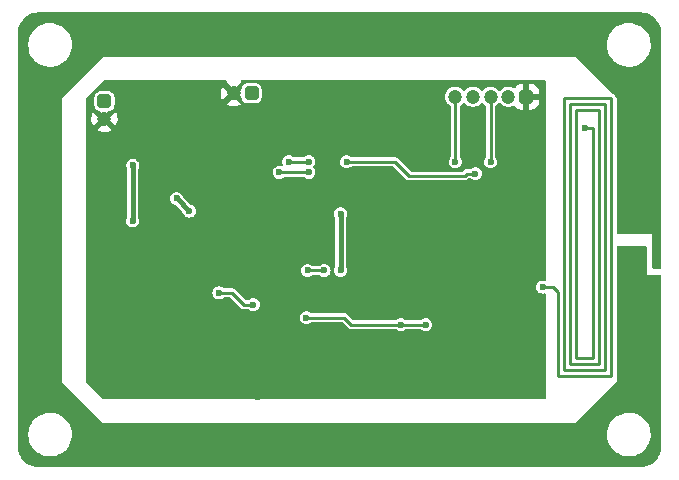
<source format=gbr>
%TF.GenerationSoftware,KiCad,Pcbnew,(6.0.11-0)*%
%TF.CreationDate,2025-10-07T00:59:29-07:00*%
%TF.ProjectId,27M_TX_Board_R1.1,32374d5f-5458-45f4-926f-6172645f5231,rev?*%
%TF.SameCoordinates,Original*%
%TF.FileFunction,Copper,L2,Bot*%
%TF.FilePolarity,Positive*%
%FSLAX46Y46*%
G04 Gerber Fmt 4.6, Leading zero omitted, Abs format (unit mm)*
G04 Created by KiCad (PCBNEW (6.0.11-0)) date 2025-10-07 00:59:29*
%MOMM*%
%LPD*%
G01*
G04 APERTURE LIST*
G04 Aperture macros list*
%AMRoundRect*
0 Rectangle with rounded corners*
0 $1 Rounding radius*
0 $2 $3 $4 $5 $6 $7 $8 $9 X,Y pos of 4 corners*
0 Add a 4 corners polygon primitive as box body*
4,1,4,$2,$3,$4,$5,$6,$7,$8,$9,$2,$3,0*
0 Add four circle primitives for the rounded corners*
1,1,$1+$1,$2,$3*
1,1,$1+$1,$4,$5*
1,1,$1+$1,$6,$7*
1,1,$1+$1,$8,$9*
0 Add four rect primitives between the rounded corners*
20,1,$1+$1,$2,$3,$4,$5,0*
20,1,$1+$1,$4,$5,$6,$7,0*
20,1,$1+$1,$6,$7,$8,$9,0*
20,1,$1+$1,$8,$9,$2,$3,0*%
G04 Aperture macros list end*
%TA.AperFunction,ComponentPad*%
%ADD10RoundRect,0.300000X0.300000X0.300000X-0.300000X0.300000X-0.300000X-0.300000X0.300000X-0.300000X0*%
%TD*%
%TA.AperFunction,ComponentPad*%
%ADD11C,1.200000*%
%TD*%
%TA.AperFunction,ComponentPad*%
%ADD12RoundRect,0.300000X-0.300000X0.300000X-0.300000X-0.300000X0.300000X-0.300000X0.300000X0.300000X0*%
%TD*%
%TA.AperFunction,ViaPad*%
%ADD13C,0.600000*%
%TD*%
%TA.AperFunction,Conductor*%
%ADD14C,0.250000*%
%TD*%
%TA.AperFunction,Conductor*%
%ADD15C,0.400000*%
%TD*%
G04 APERTURE END LIST*
D10*
%TO.P,J1,1,GND*%
%TO.N,VEE*%
X246300000Y-29400000D03*
D11*
%TO.P,J1,2,RESET*%
%TO.N,/Micro/RESET*%
X244800000Y-29400000D03*
%TO.P,J1,3,SCLK*%
%TO.N,/Micro/SCLK*%
X243300000Y-29400000D03*
%TO.P,J1,4,MOSI*%
%TO.N,/Micro/MOSI*%
X241800000Y-29400000D03*
%TO.P,J1,5,MISO*%
%TO.N,/Micro/MISO*%
X240300000Y-29400000D03*
%TD*%
D12*
%TO.P,J2,1,Pin_1*%
%TO.N,/Micro/V_BATT_P*%
X210600000Y-29775000D03*
D11*
%TO.P,J2,2,Pin_2*%
%TO.N,VEE*%
X210600000Y-31275000D03*
%TD*%
D10*
%TO.P,J3,1,Pin_1*%
%TO.N,VCC*%
X223050000Y-29100000D03*
D11*
%TO.P,J3,2,Pin_2*%
%TO.N,VEE*%
X221550000Y-29100000D03*
%TD*%
D13*
%TO.N,/Micro/BATT_VSNS*%
X227900000Y-35800000D03*
X225400000Y-35800000D03*
%TO.N,/Micro/EN_ANALOG_POW*%
X242000000Y-35900000D03*
X226200000Y-34900000D03*
X227900000Y-34900000D03*
X231100000Y-34900000D03*
%TO.N,VCC*%
X227800000Y-44100000D03*
X230600000Y-39300000D03*
X213000000Y-39900000D03*
X230600000Y-44100000D03*
X213000000Y-35200000D03*
X247700000Y-45500000D03*
X251250000Y-32000000D03*
X229200000Y-44100000D03*
%TO.N,/Oscillator/V_BIAS*%
X220300000Y-46000000D03*
X223200000Y-47000000D03*
X227700000Y-48100000D03*
X237800000Y-48700000D03*
X235700000Y-48700000D03*
%TO.N,/Micro/VCC_MICRO*%
X216700000Y-38000000D03*
X217776944Y-39076944D03*
%TO.N,/Micro/SCLK*%
X243300000Y-34900000D03*
%TO.N,/Micro/MISO*%
X240300000Y-34900000D03*
%TO.N,VEE*%
X244300000Y-45300000D03*
X240200000Y-53800000D03*
X226600000Y-48800000D03*
X213000000Y-32100000D03*
X210900000Y-53800000D03*
X218700000Y-41000000D03*
X237100000Y-47700000D03*
X223600000Y-54800000D03*
X233700000Y-52400000D03*
X245800000Y-53600000D03*
X235200000Y-37200000D03*
X229800000Y-34200000D03*
X217600000Y-48900000D03*
X226800000Y-46700000D03*
X246000000Y-49100000D03*
X239500000Y-41800000D03*
X219700000Y-31300000D03*
X247400000Y-36100000D03*
X211300000Y-40800000D03*
X236100000Y-43500000D03*
X221500000Y-37500000D03*
X228700000Y-41900000D03*
X242000000Y-51700000D03*
X211900000Y-50500000D03*
X222800000Y-42400000D03*
X220100000Y-51200000D03*
X224700000Y-48000000D03*
X217600000Y-35700000D03*
X237900000Y-50500000D03*
X241400000Y-38700000D03*
X232400000Y-47800000D03*
X230200000Y-38100000D03*
X227900000Y-54700000D03*
X218400000Y-48000000D03*
X242200000Y-44600000D03*
X243800000Y-43300000D03*
%TO.N,/Antenna/ANT_NET*%
X257400000Y-43500000D03*
X254500000Y-42275000D03*
X256000000Y-42275000D03*
X257400000Y-40400000D03*
X257400000Y-42000000D03*
%TD*%
D14*
%TO.N,/Micro/BATT_VSNS*%
X227900000Y-35800000D02*
X225400000Y-35800000D01*
%TO.N,/Micro/EN_ANALOG_POW*%
X241300000Y-35900000D02*
X241100000Y-36100000D01*
X231200000Y-34900000D02*
X231100000Y-35000000D01*
X242000000Y-35900000D02*
X241300000Y-35900000D01*
X236400000Y-36100000D02*
X235200000Y-34900000D01*
X226200000Y-34900000D02*
X227900000Y-34900000D01*
X241100000Y-36100000D02*
X236400000Y-36100000D01*
X235200000Y-34900000D02*
X231200000Y-34900000D01*
%TO.N,VCC*%
X250500000Y-51500000D02*
X250500000Y-30500000D01*
X252500000Y-52000000D02*
X250000000Y-52000000D01*
X250000000Y-30000000D02*
X253000000Y-30000000D01*
X253000000Y-30000000D02*
X253000000Y-52500000D01*
X250500000Y-30500000D02*
X252500000Y-30500000D01*
D15*
X230600000Y-44100000D02*
X230600000Y-39300000D01*
D14*
X249500000Y-52500000D02*
X249500000Y-29500000D01*
X227800000Y-44100000D02*
X229200000Y-44100000D01*
X249000000Y-46600000D02*
X249000000Y-45900000D01*
X249000000Y-45900000D02*
X248600000Y-45500000D01*
X252500000Y-30500000D02*
X252500000Y-52000000D01*
X251250000Y-32000000D02*
X252000000Y-32000000D01*
X253500000Y-29500000D02*
X253500000Y-53000000D01*
X249000000Y-53000000D02*
X249000000Y-46600000D01*
D15*
X213000000Y-39900000D02*
X213000000Y-35200000D01*
D14*
X252000000Y-32000000D02*
X252000000Y-51500000D01*
X252000000Y-51500000D02*
X250500000Y-51500000D01*
X253000000Y-52500000D02*
X249500000Y-52500000D01*
X250000000Y-52000000D02*
X250000000Y-30000000D01*
X248600000Y-45500000D02*
X247700000Y-45500000D01*
X253500000Y-53000000D02*
X249000000Y-53000000D01*
X249500000Y-29500000D02*
X253500000Y-29500000D01*
%TO.N,/Oscillator/V_BIAS*%
X220300000Y-46000000D02*
X221400000Y-46000000D01*
X221500000Y-46100000D02*
X222400000Y-47000000D01*
X231500000Y-48700000D02*
X235700000Y-48700000D01*
X235700000Y-48700000D02*
X237800000Y-48700000D01*
X230900000Y-48100000D02*
X231500000Y-48700000D01*
X227700000Y-48100000D02*
X230900000Y-48100000D01*
X221400000Y-46000000D02*
X221500000Y-46100000D01*
X222400000Y-47000000D02*
X223200000Y-47000000D01*
D15*
%TO.N,/Micro/VCC_MICRO*%
X217776944Y-39076944D02*
X216700000Y-38000000D01*
D14*
%TO.N,/Micro/SCLK*%
X243300000Y-34900000D02*
X243300000Y-29400000D01*
%TO.N,/Micro/MISO*%
X240300000Y-29400000D02*
X240300000Y-34900000D01*
%TO.N,/Antenna/ANT_NET*%
X257300000Y-40500000D02*
X257400000Y-40400000D01*
%TD*%
%TA.AperFunction,Conductor*%
%TO.N,VEE*%
G36*
X220919004Y-28019685D02*
G01*
X220964759Y-28072489D01*
X220974021Y-28145871D01*
X220972020Y-28157039D01*
X220976124Y-28166913D01*
X221537393Y-28728183D01*
X221551113Y-28735675D01*
X221552918Y-28735546D01*
X221559427Y-28731363D01*
X222120486Y-28170303D01*
X222127978Y-28156583D01*
X222126280Y-28132846D01*
X222141132Y-28064573D01*
X222190537Y-28015168D01*
X222249964Y-28000000D01*
X247876000Y-28000000D01*
X247943039Y-28019685D01*
X247988794Y-28072489D01*
X248000000Y-28124000D01*
X248000000Y-44845046D01*
X247980315Y-44912085D01*
X247927511Y-44957840D01*
X247858353Y-44967784D01*
X247849018Y-44965869D01*
X247843709Y-44963670D01*
X247700000Y-44944750D01*
X247556291Y-44963670D01*
X247548779Y-44966781D01*
X247548777Y-44966782D01*
X247458407Y-45004214D01*
X247422375Y-45019139D01*
X247307379Y-45107379D01*
X247302435Y-45113822D01*
X247262093Y-45166397D01*
X247219139Y-45222375D01*
X247163670Y-45356291D01*
X247144750Y-45500000D01*
X247163670Y-45643709D01*
X247166781Y-45651221D01*
X247166782Y-45651223D01*
X247194972Y-45719280D01*
X247219139Y-45777625D01*
X247224086Y-45784072D01*
X247294242Y-45875500D01*
X247307379Y-45892621D01*
X247422375Y-45980861D01*
X247429887Y-45983972D01*
X247429886Y-45983972D01*
X247548777Y-46033218D01*
X247548779Y-46033219D01*
X247556291Y-46036330D01*
X247700000Y-46055250D01*
X247843709Y-46036330D01*
X247846348Y-46035237D01*
X247913759Y-46036843D01*
X247971620Y-46076006D01*
X247999123Y-46140235D01*
X248000000Y-46154954D01*
X248000000Y-54876000D01*
X247980315Y-54943039D01*
X247927511Y-54988794D01*
X247876000Y-55000000D01*
X210551362Y-55000000D01*
X210484323Y-54980315D01*
X210463681Y-54963681D01*
X209036319Y-53536319D01*
X209002834Y-53474996D01*
X209000000Y-53448638D01*
X209000000Y-48100000D01*
X227144750Y-48100000D01*
X227163670Y-48243709D01*
X227166781Y-48251221D01*
X227166782Y-48251223D01*
X227192711Y-48313822D01*
X227219139Y-48377625D01*
X227224086Y-48384072D01*
X227294242Y-48475500D01*
X227307379Y-48492621D01*
X227422375Y-48580861D01*
X227429887Y-48583972D01*
X227429886Y-48583972D01*
X227548777Y-48633218D01*
X227548779Y-48633219D01*
X227556291Y-48636330D01*
X227700000Y-48655250D01*
X227843709Y-48636330D01*
X227851221Y-48633219D01*
X227851223Y-48633218D01*
X227970114Y-48583972D01*
X227970113Y-48583972D01*
X227977625Y-48580861D01*
X228009645Y-48556291D01*
X228081540Y-48501124D01*
X228146710Y-48475930D01*
X228157027Y-48475500D01*
X230693101Y-48475500D01*
X230760140Y-48495185D01*
X230780782Y-48511819D01*
X231196802Y-48927839D01*
X231211929Y-48946568D01*
X231212870Y-48947602D01*
X231218428Y-48956210D01*
X231226473Y-48962552D01*
X231244555Y-48976807D01*
X231248958Y-48980720D01*
X231249017Y-48980650D01*
X231252920Y-48983957D01*
X231256538Y-48987575D01*
X231260700Y-48990549D01*
X231272077Y-48998679D01*
X231276728Y-49002170D01*
X231316600Y-49033603D01*
X231325149Y-49036605D01*
X231332519Y-49041872D01*
X231342341Y-49044809D01*
X231342340Y-49044809D01*
X231381114Y-49056405D01*
X231386672Y-49058211D01*
X231427183Y-49072438D01*
X231427193Y-49072440D01*
X231434548Y-49075023D01*
X231440055Y-49075500D01*
X231442738Y-49075500D01*
X231445340Y-49075613D01*
X231445415Y-49075635D01*
X231445408Y-49075804D01*
X231446132Y-49075850D01*
X231452286Y-49077690D01*
X231462525Y-49077288D01*
X231462528Y-49077288D01*
X231505580Y-49075596D01*
X231510448Y-49075500D01*
X235242973Y-49075500D01*
X235310012Y-49095185D01*
X235318460Y-49101124D01*
X235422375Y-49180861D01*
X235429887Y-49183972D01*
X235429886Y-49183972D01*
X235548777Y-49233218D01*
X235548779Y-49233219D01*
X235556291Y-49236330D01*
X235700000Y-49255250D01*
X235843709Y-49236330D01*
X235851221Y-49233219D01*
X235851223Y-49233218D01*
X235970114Y-49183972D01*
X235970113Y-49183972D01*
X235977625Y-49180861D01*
X236081539Y-49101124D01*
X236146710Y-49075930D01*
X236157027Y-49075500D01*
X237342973Y-49075500D01*
X237410012Y-49095185D01*
X237418460Y-49101124D01*
X237522375Y-49180861D01*
X237529887Y-49183972D01*
X237529886Y-49183972D01*
X237648777Y-49233218D01*
X237648779Y-49233219D01*
X237656291Y-49236330D01*
X237800000Y-49255250D01*
X237943709Y-49236330D01*
X237951221Y-49233219D01*
X237951223Y-49233218D01*
X238070114Y-49183972D01*
X238070113Y-49183972D01*
X238077625Y-49180861D01*
X238192621Y-49092621D01*
X238204387Y-49077288D01*
X238275914Y-48984072D01*
X238280861Y-48977625D01*
X238336330Y-48843709D01*
X238355250Y-48700000D01*
X238336330Y-48556291D01*
X238317910Y-48511819D01*
X238283972Y-48429886D01*
X238280861Y-48422375D01*
X238240760Y-48370114D01*
X238197565Y-48313822D01*
X238192621Y-48307379D01*
X238077625Y-48219139D01*
X238041593Y-48204214D01*
X237951223Y-48166782D01*
X237951221Y-48166781D01*
X237943709Y-48163670D01*
X237800000Y-48144750D01*
X237656291Y-48163670D01*
X237648779Y-48166781D01*
X237648777Y-48166782D01*
X237558407Y-48204214D01*
X237522375Y-48219139D01*
X237515928Y-48224086D01*
X237418460Y-48298876D01*
X237353290Y-48324070D01*
X237342973Y-48324500D01*
X236157027Y-48324500D01*
X236089988Y-48304815D01*
X236081540Y-48298876D01*
X235984072Y-48224086D01*
X235977625Y-48219139D01*
X235941593Y-48204214D01*
X235851223Y-48166782D01*
X235851221Y-48166781D01*
X235843709Y-48163670D01*
X235700000Y-48144750D01*
X235556291Y-48163670D01*
X235548779Y-48166781D01*
X235548777Y-48166782D01*
X235458407Y-48204214D01*
X235422375Y-48219139D01*
X235415928Y-48224086D01*
X235318460Y-48298876D01*
X235253290Y-48324070D01*
X235242973Y-48324500D01*
X231706899Y-48324500D01*
X231639860Y-48304815D01*
X231619218Y-48288181D01*
X231203198Y-47872161D01*
X231188071Y-47853432D01*
X231187130Y-47852398D01*
X231181572Y-47843790D01*
X231155445Y-47823193D01*
X231151042Y-47819280D01*
X231150983Y-47819350D01*
X231147080Y-47816043D01*
X231143462Y-47812425D01*
X231127920Y-47801319D01*
X231123272Y-47797830D01*
X231083400Y-47766397D01*
X231074851Y-47763395D01*
X231067481Y-47758128D01*
X231018877Y-47743592D01*
X231013324Y-47741788D01*
X230972817Y-47727563D01*
X230972814Y-47727562D01*
X230965452Y-47724977D01*
X230959945Y-47724500D01*
X230957261Y-47724500D01*
X230954659Y-47724387D01*
X230954585Y-47724365D01*
X230954592Y-47724196D01*
X230953867Y-47724150D01*
X230947713Y-47722310D01*
X230937474Y-47722712D01*
X230937471Y-47722712D01*
X230894419Y-47724404D01*
X230889551Y-47724500D01*
X228157027Y-47724500D01*
X228089988Y-47704815D01*
X228081540Y-47698876D01*
X227984072Y-47624086D01*
X227977625Y-47619139D01*
X227941593Y-47604214D01*
X227851223Y-47566782D01*
X227851221Y-47566781D01*
X227843709Y-47563670D01*
X227700000Y-47544750D01*
X227556291Y-47563670D01*
X227548779Y-47566781D01*
X227548777Y-47566782D01*
X227458407Y-47604214D01*
X227422375Y-47619139D01*
X227307379Y-47707379D01*
X227302435Y-47713822D01*
X227291891Y-47727563D01*
X227219139Y-47822375D01*
X227163670Y-47956291D01*
X227144750Y-48100000D01*
X209000000Y-48100000D01*
X209000000Y-46000000D01*
X219744750Y-46000000D01*
X219763670Y-46143709D01*
X219766781Y-46151221D01*
X219766782Y-46151223D01*
X219804214Y-46241593D01*
X219819139Y-46277625D01*
X219824086Y-46284072D01*
X219894242Y-46375500D01*
X219907379Y-46392621D01*
X220022375Y-46480861D01*
X220029887Y-46483972D01*
X220029886Y-46483972D01*
X220148777Y-46533218D01*
X220148779Y-46533219D01*
X220156291Y-46536330D01*
X220300000Y-46555250D01*
X220443709Y-46536330D01*
X220451221Y-46533219D01*
X220451223Y-46533218D01*
X220570114Y-46483972D01*
X220570113Y-46483972D01*
X220577625Y-46480861D01*
X220681539Y-46401124D01*
X220746710Y-46375930D01*
X220757027Y-46375500D01*
X221193101Y-46375500D01*
X221260140Y-46395185D01*
X221280782Y-46411819D01*
X222096802Y-47227839D01*
X222111929Y-47246568D01*
X222112870Y-47247602D01*
X222118428Y-47256210D01*
X222126473Y-47262552D01*
X222144555Y-47276807D01*
X222148958Y-47280720D01*
X222149017Y-47280650D01*
X222152920Y-47283957D01*
X222156538Y-47287575D01*
X222160700Y-47290549D01*
X222172077Y-47298679D01*
X222176728Y-47302170D01*
X222216600Y-47333603D01*
X222225149Y-47336605D01*
X222232519Y-47341872D01*
X222242341Y-47344809D01*
X222242340Y-47344809D01*
X222281114Y-47356405D01*
X222286672Y-47358211D01*
X222327183Y-47372438D01*
X222327193Y-47372440D01*
X222334548Y-47375023D01*
X222340055Y-47375500D01*
X222342738Y-47375500D01*
X222345340Y-47375613D01*
X222345415Y-47375635D01*
X222345408Y-47375804D01*
X222346132Y-47375850D01*
X222352286Y-47377690D01*
X222362525Y-47377288D01*
X222362528Y-47377288D01*
X222405580Y-47375596D01*
X222410448Y-47375500D01*
X222742973Y-47375500D01*
X222810012Y-47395185D01*
X222818460Y-47401124D01*
X222922375Y-47480861D01*
X222929887Y-47483972D01*
X222929886Y-47483972D01*
X223048777Y-47533218D01*
X223048779Y-47533219D01*
X223056291Y-47536330D01*
X223200000Y-47555250D01*
X223343709Y-47536330D01*
X223351221Y-47533219D01*
X223351223Y-47533218D01*
X223470114Y-47483972D01*
X223470113Y-47483972D01*
X223477625Y-47480861D01*
X223592621Y-47392621D01*
X223604387Y-47377288D01*
X223675914Y-47284072D01*
X223680861Y-47277625D01*
X223736330Y-47143709D01*
X223755250Y-47000000D01*
X223736330Y-46856291D01*
X223680861Y-46722375D01*
X223663125Y-46699261D01*
X223597565Y-46613822D01*
X223592621Y-46607379D01*
X223477625Y-46519139D01*
X223441593Y-46504214D01*
X223351223Y-46466782D01*
X223351221Y-46466781D01*
X223343709Y-46463670D01*
X223200000Y-46444750D01*
X223056291Y-46463670D01*
X223048779Y-46466781D01*
X223048777Y-46466782D01*
X222958407Y-46504214D01*
X222922375Y-46519139D01*
X222915928Y-46524086D01*
X222818460Y-46598876D01*
X222753290Y-46624070D01*
X222742973Y-46624500D01*
X222606899Y-46624500D01*
X222539860Y-46604815D01*
X222519218Y-46588181D01*
X221703198Y-45772161D01*
X221688071Y-45753432D01*
X221687130Y-45752398D01*
X221681572Y-45743790D01*
X221655445Y-45723193D01*
X221651042Y-45719280D01*
X221650983Y-45719350D01*
X221647080Y-45716043D01*
X221643462Y-45712425D01*
X221627920Y-45701319D01*
X221623272Y-45697830D01*
X221583400Y-45666397D01*
X221574851Y-45663395D01*
X221567481Y-45658128D01*
X221518877Y-45643592D01*
X221513324Y-45641788D01*
X221472817Y-45627563D01*
X221472814Y-45627562D01*
X221465452Y-45624977D01*
X221459945Y-45624500D01*
X221457261Y-45624500D01*
X221454659Y-45624387D01*
X221454585Y-45624365D01*
X221454592Y-45624196D01*
X221453867Y-45624150D01*
X221447713Y-45622310D01*
X221437474Y-45622712D01*
X221437471Y-45622712D01*
X221394419Y-45624404D01*
X221389551Y-45624500D01*
X220757027Y-45624500D01*
X220689988Y-45604815D01*
X220681540Y-45598876D01*
X220584072Y-45524086D01*
X220577625Y-45519139D01*
X220531419Y-45500000D01*
X220451223Y-45466782D01*
X220451221Y-45466781D01*
X220443709Y-45463670D01*
X220300000Y-45444750D01*
X220156291Y-45463670D01*
X220148779Y-45466781D01*
X220148777Y-45466782D01*
X220068581Y-45500000D01*
X220022375Y-45519139D01*
X219907379Y-45607379D01*
X219902435Y-45613822D01*
X219891891Y-45627563D01*
X219819139Y-45722375D01*
X219763670Y-45856291D01*
X219744750Y-46000000D01*
X209000000Y-46000000D01*
X209000000Y-44100000D01*
X227244750Y-44100000D01*
X227263670Y-44243709D01*
X227319139Y-44377625D01*
X227324086Y-44384072D01*
X227394242Y-44475500D01*
X227407379Y-44492621D01*
X227522375Y-44580861D01*
X227529887Y-44583972D01*
X227529886Y-44583972D01*
X227648777Y-44633218D01*
X227648779Y-44633219D01*
X227656291Y-44636330D01*
X227800000Y-44655250D01*
X227943709Y-44636330D01*
X227951221Y-44633219D01*
X227951223Y-44633218D01*
X228070114Y-44583972D01*
X228070113Y-44583972D01*
X228077625Y-44580861D01*
X228181539Y-44501124D01*
X228246710Y-44475930D01*
X228257027Y-44475500D01*
X228742973Y-44475500D01*
X228810012Y-44495185D01*
X228818460Y-44501124D01*
X228922375Y-44580861D01*
X228929887Y-44583972D01*
X228929886Y-44583972D01*
X229048777Y-44633218D01*
X229048779Y-44633219D01*
X229056291Y-44636330D01*
X229200000Y-44655250D01*
X229343709Y-44636330D01*
X229351221Y-44633219D01*
X229351223Y-44633218D01*
X229470114Y-44583972D01*
X229470113Y-44583972D01*
X229477625Y-44580861D01*
X229592621Y-44492621D01*
X229605759Y-44475500D01*
X229675914Y-44384072D01*
X229680861Y-44377625D01*
X229736330Y-44243709D01*
X229755250Y-44100000D01*
X230044750Y-44100000D01*
X230063670Y-44243709D01*
X230119139Y-44377625D01*
X230124086Y-44384072D01*
X230194242Y-44475500D01*
X230207379Y-44492621D01*
X230322375Y-44580861D01*
X230329887Y-44583972D01*
X230329886Y-44583972D01*
X230448777Y-44633218D01*
X230448779Y-44633219D01*
X230456291Y-44636330D01*
X230600000Y-44655250D01*
X230743709Y-44636330D01*
X230751221Y-44633219D01*
X230751223Y-44633218D01*
X230870114Y-44583972D01*
X230870113Y-44583972D01*
X230877625Y-44580861D01*
X230992621Y-44492621D01*
X231005759Y-44475500D01*
X231075914Y-44384072D01*
X231080861Y-44377625D01*
X231136330Y-44243709D01*
X231155250Y-44100000D01*
X231136330Y-43956291D01*
X231080861Y-43822375D01*
X231075914Y-43815928D01*
X231071848Y-43808885D01*
X231073032Y-43808201D01*
X231050930Y-43751036D01*
X231050500Y-43740715D01*
X231050500Y-39659285D01*
X231070185Y-39592246D01*
X231075832Y-39584215D01*
X231075916Y-39584069D01*
X231080861Y-39577625D01*
X231096149Y-39540715D01*
X231133218Y-39451223D01*
X231133219Y-39451221D01*
X231136330Y-39443709D01*
X231155250Y-39300000D01*
X231136330Y-39156291D01*
X231080861Y-39022375D01*
X230992621Y-38907379D01*
X230877625Y-38819139D01*
X230814210Y-38792872D01*
X230751223Y-38766782D01*
X230751221Y-38766781D01*
X230743709Y-38763670D01*
X230600000Y-38744750D01*
X230456291Y-38763670D01*
X230448779Y-38766781D01*
X230448777Y-38766782D01*
X230385790Y-38792872D01*
X230322375Y-38819139D01*
X230207379Y-38907379D01*
X230119139Y-39022375D01*
X230063670Y-39156291D01*
X230044750Y-39300000D01*
X230063670Y-39443709D01*
X230066781Y-39451221D01*
X230066782Y-39451223D01*
X230103851Y-39540715D01*
X230119139Y-39577625D01*
X230124086Y-39584072D01*
X230128152Y-39591115D01*
X230126968Y-39591799D01*
X230149070Y-39648964D01*
X230149500Y-39659285D01*
X230149500Y-43740715D01*
X230129815Y-43807754D01*
X230124168Y-43815785D01*
X230124084Y-43815931D01*
X230119139Y-43822375D01*
X230063670Y-43956291D01*
X230044750Y-44100000D01*
X229755250Y-44100000D01*
X229736330Y-43956291D01*
X229680861Y-43822375D01*
X229618201Y-43740715D01*
X229597565Y-43713822D01*
X229592621Y-43707379D01*
X229477625Y-43619139D01*
X229441593Y-43604214D01*
X229351223Y-43566782D01*
X229351221Y-43566781D01*
X229343709Y-43563670D01*
X229200000Y-43544750D01*
X229056291Y-43563670D01*
X229048779Y-43566781D01*
X229048777Y-43566782D01*
X228958407Y-43604214D01*
X228922375Y-43619139D01*
X228915928Y-43624086D01*
X228818460Y-43698876D01*
X228753290Y-43724070D01*
X228742973Y-43724500D01*
X228257027Y-43724500D01*
X228189988Y-43704815D01*
X228181540Y-43698876D01*
X228084072Y-43624086D01*
X228077625Y-43619139D01*
X228041593Y-43604214D01*
X227951223Y-43566782D01*
X227951221Y-43566781D01*
X227943709Y-43563670D01*
X227800000Y-43544750D01*
X227656291Y-43563670D01*
X227648779Y-43566781D01*
X227648777Y-43566782D01*
X227558407Y-43604214D01*
X227522375Y-43619139D01*
X227407379Y-43707379D01*
X227402435Y-43713822D01*
X227381799Y-43740715D01*
X227319139Y-43822375D01*
X227263670Y-43956291D01*
X227244750Y-44100000D01*
X209000000Y-44100000D01*
X209000000Y-39900000D01*
X212444750Y-39900000D01*
X212463670Y-40043709D01*
X212519139Y-40177625D01*
X212607379Y-40292621D01*
X212722375Y-40380861D01*
X212729887Y-40383972D01*
X212729886Y-40383972D01*
X212848777Y-40433218D01*
X212848779Y-40433219D01*
X212856291Y-40436330D01*
X213000000Y-40455250D01*
X213143709Y-40436330D01*
X213151221Y-40433219D01*
X213151223Y-40433218D01*
X213270114Y-40383972D01*
X213270113Y-40383972D01*
X213277625Y-40380861D01*
X213392621Y-40292621D01*
X213480861Y-40177625D01*
X213536330Y-40043709D01*
X213555250Y-39900000D01*
X213536330Y-39756291D01*
X213480861Y-39622375D01*
X213475914Y-39615928D01*
X213471848Y-39608885D01*
X213473032Y-39608201D01*
X213450930Y-39551036D01*
X213450500Y-39540715D01*
X213450500Y-38000000D01*
X216144750Y-38000000D01*
X216163670Y-38143709D01*
X216219139Y-38277625D01*
X216307379Y-38392621D01*
X216422375Y-38480861D01*
X216429887Y-38483972D01*
X216429886Y-38483972D01*
X216548777Y-38533218D01*
X216548779Y-38533219D01*
X216556291Y-38536330D01*
X216564353Y-38537391D01*
X216572200Y-38539494D01*
X216571847Y-38540813D01*
X216627905Y-38565615D01*
X216635501Y-38572604D01*
X217204340Y-39141443D01*
X217237825Y-39202766D01*
X217239511Y-39212436D01*
X217239552Y-39212590D01*
X217240614Y-39220653D01*
X217296083Y-39354569D01*
X217384323Y-39469565D01*
X217499319Y-39557805D01*
X217506831Y-39560916D01*
X217506830Y-39560916D01*
X217625721Y-39610162D01*
X217625723Y-39610163D01*
X217633235Y-39613274D01*
X217776944Y-39632194D01*
X217920653Y-39613274D01*
X217928165Y-39610163D01*
X217928167Y-39610162D01*
X218047058Y-39560916D01*
X218047057Y-39560916D01*
X218054569Y-39557805D01*
X218169565Y-39469565D01*
X218257805Y-39354569D01*
X218313274Y-39220653D01*
X218332194Y-39076944D01*
X218313274Y-38933235D01*
X218302565Y-38907379D01*
X218260916Y-38806830D01*
X218257805Y-38799319D01*
X218169565Y-38684323D01*
X218054569Y-38596083D01*
X217981012Y-38565615D01*
X217928167Y-38543726D01*
X217928165Y-38543725D01*
X217920653Y-38540614D01*
X217912591Y-38539553D01*
X217904744Y-38537450D01*
X217905097Y-38536131D01*
X217849039Y-38511329D01*
X217841443Y-38504340D01*
X217272604Y-37935501D01*
X217239119Y-37874178D01*
X217237433Y-37864508D01*
X217237391Y-37864353D01*
X217236330Y-37856291D01*
X217180861Y-37722375D01*
X217092621Y-37607379D01*
X216977625Y-37519139D01*
X216941593Y-37504214D01*
X216851223Y-37466782D01*
X216851221Y-37466781D01*
X216843709Y-37463670D01*
X216700000Y-37444750D01*
X216556291Y-37463670D01*
X216548779Y-37466781D01*
X216548777Y-37466782D01*
X216458407Y-37504214D01*
X216422375Y-37519139D01*
X216307379Y-37607379D01*
X216219139Y-37722375D01*
X216163670Y-37856291D01*
X216144750Y-38000000D01*
X213450500Y-38000000D01*
X213450500Y-35800000D01*
X224844750Y-35800000D01*
X224863670Y-35943709D01*
X224919139Y-36077625D01*
X224924086Y-36084072D01*
X224994242Y-36175500D01*
X225007379Y-36192621D01*
X225122375Y-36280861D01*
X225129887Y-36283972D01*
X225129886Y-36283972D01*
X225248777Y-36333218D01*
X225248779Y-36333219D01*
X225256291Y-36336330D01*
X225400000Y-36355250D01*
X225543709Y-36336330D01*
X225551221Y-36333219D01*
X225551223Y-36333218D01*
X225670114Y-36283972D01*
X225670113Y-36283972D01*
X225677625Y-36280861D01*
X225781539Y-36201124D01*
X225846710Y-36175930D01*
X225857027Y-36175500D01*
X227442973Y-36175500D01*
X227510012Y-36195185D01*
X227518460Y-36201124D01*
X227622375Y-36280861D01*
X227629887Y-36283972D01*
X227629886Y-36283972D01*
X227748777Y-36333218D01*
X227748779Y-36333219D01*
X227756291Y-36336330D01*
X227900000Y-36355250D01*
X228043709Y-36336330D01*
X228051221Y-36333219D01*
X228051223Y-36333218D01*
X228170114Y-36283972D01*
X228170113Y-36283972D01*
X228177625Y-36280861D01*
X228292621Y-36192621D01*
X228305759Y-36175500D01*
X228375914Y-36084072D01*
X228380861Y-36077625D01*
X228436330Y-35943709D01*
X228455250Y-35800000D01*
X228436330Y-35656291D01*
X228430366Y-35641891D01*
X228388756Y-35541436D01*
X228380861Y-35522375D01*
X228365560Y-35502435D01*
X228306516Y-35425487D01*
X228281322Y-35360317D01*
X228295360Y-35291873D01*
X228306516Y-35274513D01*
X228375914Y-35184072D01*
X228380861Y-35177625D01*
X228427779Y-35064354D01*
X228433218Y-35051223D01*
X228433219Y-35051221D01*
X228436330Y-35043709D01*
X228455250Y-34900000D01*
X230544750Y-34900000D01*
X230563670Y-35043709D01*
X230566781Y-35051221D01*
X230566782Y-35051223D01*
X230572221Y-35064354D01*
X230619139Y-35177625D01*
X230624086Y-35184072D01*
X230694242Y-35275500D01*
X230707379Y-35292621D01*
X230822375Y-35380861D01*
X230829887Y-35383972D01*
X230829886Y-35383972D01*
X230948777Y-35433218D01*
X230948779Y-35433219D01*
X230956291Y-35436330D01*
X231100000Y-35455250D01*
X231243709Y-35436330D01*
X231251221Y-35433219D01*
X231251223Y-35433218D01*
X231370114Y-35383972D01*
X231370113Y-35383972D01*
X231377625Y-35380861D01*
X231481539Y-35301124D01*
X231546710Y-35275930D01*
X231557027Y-35275500D01*
X234993101Y-35275500D01*
X235060140Y-35295185D01*
X235080782Y-35311819D01*
X236096802Y-36327839D01*
X236111929Y-36346568D01*
X236112870Y-36347602D01*
X236118428Y-36356210D01*
X236126473Y-36362552D01*
X236144555Y-36376807D01*
X236148958Y-36380720D01*
X236149017Y-36380650D01*
X236152920Y-36383957D01*
X236156538Y-36387575D01*
X236160700Y-36390549D01*
X236172077Y-36398679D01*
X236176728Y-36402170D01*
X236216600Y-36433603D01*
X236225149Y-36436605D01*
X236232519Y-36441872D01*
X236242341Y-36444809D01*
X236242340Y-36444809D01*
X236281114Y-36456405D01*
X236286672Y-36458211D01*
X236327183Y-36472438D01*
X236327193Y-36472440D01*
X236334548Y-36475023D01*
X236340055Y-36475500D01*
X236342738Y-36475500D01*
X236345340Y-36475613D01*
X236345415Y-36475635D01*
X236345408Y-36475804D01*
X236346132Y-36475850D01*
X236352286Y-36477690D01*
X236362525Y-36477288D01*
X236362528Y-36477288D01*
X236405580Y-36475596D01*
X236410448Y-36475500D01*
X241046716Y-36475500D01*
X241070651Y-36478047D01*
X241072052Y-36478113D01*
X241082066Y-36480269D01*
X241092239Y-36479065D01*
X241115102Y-36476359D01*
X241120984Y-36476012D01*
X241120977Y-36475922D01*
X241126082Y-36475500D01*
X241131193Y-36475500D01*
X241150053Y-36472361D01*
X241155832Y-36471539D01*
X241196032Y-36466781D01*
X241196034Y-36466780D01*
X241206210Y-36465576D01*
X241214377Y-36461654D01*
X241223313Y-36460167D01*
X241267958Y-36436077D01*
X241273163Y-36433425D01*
X241311867Y-36414840D01*
X241311866Y-36414840D01*
X241318900Y-36411463D01*
X241323131Y-36407906D01*
X241325017Y-36406020D01*
X241326947Y-36404249D01*
X241327000Y-36404221D01*
X241327117Y-36404348D01*
X241327674Y-36403857D01*
X241333329Y-36400806D01*
X241342811Y-36390549D01*
X241369538Y-36361635D01*
X241372914Y-36358124D01*
X241419221Y-36311818D01*
X241480544Y-36278334D01*
X241506901Y-36275500D01*
X241542973Y-36275500D01*
X241610012Y-36295185D01*
X241618460Y-36301124D01*
X241688998Y-36355250D01*
X241722375Y-36380861D01*
X241729887Y-36383972D01*
X241729886Y-36383972D01*
X241848777Y-36433218D01*
X241848779Y-36433219D01*
X241856291Y-36436330D01*
X242000000Y-36455250D01*
X242143709Y-36436330D01*
X242151221Y-36433219D01*
X242151223Y-36433218D01*
X242270114Y-36383972D01*
X242270113Y-36383972D01*
X242277625Y-36380861D01*
X242392621Y-36292621D01*
X242405759Y-36275500D01*
X242475914Y-36184072D01*
X242480861Y-36177625D01*
X242495786Y-36141593D01*
X242533218Y-36051223D01*
X242533219Y-36051221D01*
X242536330Y-36043709D01*
X242555250Y-35900000D01*
X242536330Y-35756291D01*
X242480861Y-35622375D01*
X242432450Y-35559285D01*
X242397565Y-35513822D01*
X242392621Y-35507379D01*
X242371426Y-35491115D01*
X242284072Y-35424086D01*
X242277625Y-35419139D01*
X242237297Y-35402435D01*
X242151223Y-35366782D01*
X242151221Y-35366781D01*
X242143709Y-35363670D01*
X242000000Y-35344750D01*
X241856291Y-35363670D01*
X241848779Y-35366781D01*
X241848777Y-35366782D01*
X241762703Y-35402435D01*
X241722375Y-35419139D01*
X241715928Y-35424086D01*
X241618460Y-35498876D01*
X241553290Y-35524070D01*
X241542973Y-35524500D01*
X241353285Y-35524500D01*
X241329359Y-35521953D01*
X241327951Y-35521887D01*
X241317934Y-35519730D01*
X241307759Y-35520934D01*
X241307754Y-35520934D01*
X241284891Y-35523640D01*
X241279014Y-35523987D01*
X241279022Y-35524079D01*
X241273927Y-35524500D01*
X241268807Y-35524500D01*
X241263760Y-35525340D01*
X241263749Y-35525341D01*
X241249981Y-35527633D01*
X241244198Y-35528456D01*
X241203970Y-35533217D01*
X241203963Y-35533219D01*
X241193791Y-35534423D01*
X241185622Y-35538346D01*
X241176687Y-35539833D01*
X241167667Y-35544700D01*
X241132047Y-35563920D01*
X241126841Y-35566572D01*
X241088139Y-35585156D01*
X241088133Y-35585160D01*
X241081100Y-35588537D01*
X241076869Y-35592094D01*
X241074983Y-35593980D01*
X241073053Y-35595751D01*
X241073000Y-35595779D01*
X241072883Y-35595652D01*
X241072326Y-35596143D01*
X241066671Y-35599194D01*
X241059711Y-35606723D01*
X241059710Y-35606724D01*
X241030447Y-35638381D01*
X241027072Y-35641891D01*
X240980782Y-35688181D01*
X240919459Y-35721666D01*
X240893101Y-35724500D01*
X236606899Y-35724500D01*
X236539860Y-35704815D01*
X236519218Y-35688181D01*
X235503198Y-34672161D01*
X235488071Y-34653432D01*
X235487130Y-34652398D01*
X235481572Y-34643790D01*
X235455445Y-34623193D01*
X235451042Y-34619280D01*
X235450983Y-34619350D01*
X235447080Y-34616043D01*
X235443462Y-34612425D01*
X235427920Y-34601319D01*
X235423272Y-34597830D01*
X235383400Y-34566397D01*
X235374851Y-34563395D01*
X235367481Y-34558128D01*
X235318877Y-34543592D01*
X235313324Y-34541788D01*
X235272817Y-34527563D01*
X235272814Y-34527562D01*
X235265452Y-34524977D01*
X235259945Y-34524500D01*
X235257261Y-34524500D01*
X235254659Y-34524387D01*
X235254585Y-34524365D01*
X235254592Y-34524196D01*
X235253867Y-34524150D01*
X235247713Y-34522310D01*
X235237474Y-34522712D01*
X235237471Y-34522712D01*
X235194419Y-34524404D01*
X235189551Y-34524500D01*
X231557027Y-34524500D01*
X231489988Y-34504815D01*
X231481540Y-34498876D01*
X231384072Y-34424086D01*
X231377625Y-34419139D01*
X231341593Y-34404214D01*
X231251223Y-34366782D01*
X231251221Y-34366781D01*
X231243709Y-34363670D01*
X231100000Y-34344750D01*
X230956291Y-34363670D01*
X230948779Y-34366781D01*
X230948777Y-34366782D01*
X230858407Y-34404214D01*
X230822375Y-34419139D01*
X230707379Y-34507379D01*
X230702435Y-34513822D01*
X230691891Y-34527563D01*
X230619139Y-34622375D01*
X230616028Y-34629886D01*
X230577010Y-34724086D01*
X230563670Y-34756291D01*
X230544750Y-34900000D01*
X228455250Y-34900000D01*
X228436330Y-34756291D01*
X228422991Y-34724086D01*
X228383972Y-34629886D01*
X228380861Y-34622375D01*
X228308109Y-34527563D01*
X228297565Y-34513822D01*
X228292621Y-34507379D01*
X228177625Y-34419139D01*
X228141593Y-34404214D01*
X228051223Y-34366782D01*
X228051221Y-34366781D01*
X228043709Y-34363670D01*
X227900000Y-34344750D01*
X227756291Y-34363670D01*
X227748779Y-34366781D01*
X227748777Y-34366782D01*
X227658407Y-34404214D01*
X227622375Y-34419139D01*
X227615928Y-34424086D01*
X227518460Y-34498876D01*
X227453290Y-34524070D01*
X227442973Y-34524500D01*
X226657027Y-34524500D01*
X226589988Y-34504815D01*
X226581540Y-34498876D01*
X226484072Y-34424086D01*
X226477625Y-34419139D01*
X226441593Y-34404214D01*
X226351223Y-34366782D01*
X226351221Y-34366781D01*
X226343709Y-34363670D01*
X226200000Y-34344750D01*
X226056291Y-34363670D01*
X226048779Y-34366781D01*
X226048777Y-34366782D01*
X225958407Y-34404214D01*
X225922375Y-34419139D01*
X225807379Y-34507379D01*
X225802435Y-34513822D01*
X225791891Y-34527563D01*
X225719139Y-34622375D01*
X225716028Y-34629886D01*
X225677010Y-34724086D01*
X225663670Y-34756291D01*
X225644750Y-34900000D01*
X225663670Y-35043709D01*
X225666783Y-35051224D01*
X225685419Y-35096217D01*
X225692888Y-35165687D01*
X225661612Y-35228166D01*
X225601523Y-35263817D01*
X225543735Y-35263473D01*
X225543709Y-35263670D01*
X225542138Y-35263463D01*
X225542137Y-35263463D01*
X225535649Y-35262609D01*
X225535646Y-35262608D01*
X225408059Y-35245811D01*
X225400000Y-35244750D01*
X225256291Y-35263670D01*
X225248779Y-35266781D01*
X225248777Y-35266782D01*
X225230113Y-35274513D01*
X225122375Y-35319139D01*
X225007379Y-35407379D01*
X225002435Y-35413822D01*
X224993484Y-35425487D01*
X224919139Y-35522375D01*
X224911244Y-35541436D01*
X224869635Y-35641891D01*
X224863670Y-35656291D01*
X224844750Y-35800000D01*
X213450500Y-35800000D01*
X213450500Y-35559285D01*
X213470185Y-35492246D01*
X213475832Y-35484215D01*
X213475916Y-35484069D01*
X213480861Y-35477625D01*
X213507289Y-35413822D01*
X213533218Y-35351223D01*
X213533219Y-35351221D01*
X213536330Y-35343709D01*
X213555250Y-35200000D01*
X213536330Y-35056291D01*
X213531119Y-35043709D01*
X213483972Y-34929886D01*
X213480861Y-34922375D01*
X213392621Y-34807379D01*
X213277625Y-34719139D01*
X213241593Y-34704214D01*
X213151223Y-34666782D01*
X213151221Y-34666781D01*
X213143709Y-34663670D01*
X213000000Y-34644750D01*
X212856291Y-34663670D01*
X212848779Y-34666781D01*
X212848777Y-34666782D01*
X212758407Y-34704214D01*
X212722375Y-34719139D01*
X212607379Y-34807379D01*
X212519139Y-34922375D01*
X212516028Y-34929886D01*
X212468882Y-35043709D01*
X212463670Y-35056291D01*
X212444750Y-35200000D01*
X212463670Y-35343709D01*
X212466781Y-35351221D01*
X212466782Y-35351223D01*
X212492711Y-35413822D01*
X212519139Y-35477625D01*
X212524086Y-35484072D01*
X212528152Y-35491115D01*
X212526968Y-35491799D01*
X212549070Y-35548964D01*
X212549500Y-35559285D01*
X212549500Y-39540715D01*
X212529815Y-39607754D01*
X212524168Y-39615785D01*
X212524084Y-39615931D01*
X212519139Y-39622375D01*
X212463670Y-39756291D01*
X212444750Y-39900000D01*
X209000000Y-39900000D01*
X209000000Y-32216318D01*
X210022962Y-32216318D01*
X210032687Y-32228609D01*
X210064313Y-32249740D01*
X210074271Y-32255147D01*
X210250913Y-32331038D01*
X210261695Y-32334542D01*
X210449208Y-32376971D01*
X210460442Y-32378450D01*
X210652557Y-32385999D01*
X210663860Y-32385407D01*
X210854146Y-32357817D01*
X210865146Y-32355176D01*
X211047209Y-32293373D01*
X211057555Y-32288767D01*
X211168282Y-32226757D01*
X211177989Y-32216840D01*
X211175081Y-32209292D01*
X210612607Y-31646817D01*
X210598887Y-31639325D01*
X210597082Y-31639454D01*
X210590573Y-31643637D01*
X210029058Y-32205153D01*
X210022962Y-32216318D01*
X209000000Y-32216318D01*
X209000000Y-31251556D01*
X209488007Y-31251556D01*
X209500581Y-31443397D01*
X209502352Y-31454579D01*
X209549682Y-31640942D01*
X209553455Y-31651597D01*
X209633955Y-31826214D01*
X209639612Y-31836013D01*
X209645954Y-31844987D01*
X209656374Y-31853242D01*
X209669463Y-31846326D01*
X210228183Y-31287607D01*
X210234459Y-31276113D01*
X210964325Y-31276113D01*
X210964454Y-31277918D01*
X210968637Y-31284427D01*
X211530440Y-31846229D01*
X211542621Y-31852880D01*
X211549097Y-31848032D01*
X211613767Y-31732555D01*
X211618373Y-31722209D01*
X211680176Y-31540146D01*
X211682817Y-31529146D01*
X211710699Y-31336844D01*
X211711317Y-31329596D01*
X211712651Y-31278653D01*
X211712412Y-31271358D01*
X211694634Y-31077878D01*
X211692570Y-31066745D01*
X211640382Y-30881699D01*
X211636325Y-30871129D01*
X211552083Y-30700303D01*
X211544877Y-30694894D01*
X211532651Y-30701560D01*
X210971817Y-31262393D01*
X210964325Y-31276113D01*
X210234459Y-31276113D01*
X210235675Y-31273887D01*
X210235546Y-31272082D01*
X210231363Y-31265573D01*
X209668337Y-30702548D01*
X209656156Y-30695897D01*
X209650284Y-30700292D01*
X209574602Y-30844141D01*
X209570269Y-30854602D01*
X209513256Y-31038214D01*
X209510900Y-31049296D01*
X209488303Y-31240216D01*
X209488007Y-31251556D01*
X209000000Y-31251556D01*
X209000000Y-30117772D01*
X209749500Y-30117772D01*
X209749948Y-30121473D01*
X209756360Y-30174456D01*
X209760364Y-30207547D01*
X209763296Y-30214951D01*
X209763296Y-30214953D01*
X209788767Y-30279284D01*
X209815887Y-30347783D01*
X209907078Y-30467922D01*
X209913810Y-30473032D01*
X209959879Y-30508000D01*
X210027217Y-30559113D01*
X210035078Y-30562225D01*
X210035079Y-30562226D01*
X210160047Y-30611704D01*
X210160049Y-30611704D01*
X210167453Y-30614636D01*
X210175357Y-30615592D01*
X210175359Y-30615593D01*
X210228073Y-30621972D01*
X210257228Y-30625500D01*
X210260957Y-30625500D01*
X210264689Y-30625725D01*
X210264592Y-30627333D01*
X210325388Y-30645185D01*
X210346030Y-30661819D01*
X210587393Y-30903183D01*
X210601113Y-30910675D01*
X210602918Y-30910546D01*
X210609427Y-30906363D01*
X210853970Y-30661819D01*
X210915293Y-30628334D01*
X210935338Y-30626179D01*
X210935311Y-30625725D01*
X210939043Y-30625500D01*
X210942772Y-30625500D01*
X210971927Y-30621972D01*
X211024641Y-30615593D01*
X211024643Y-30615592D01*
X211032547Y-30614636D01*
X211039951Y-30611704D01*
X211039953Y-30611704D01*
X211164921Y-30562226D01*
X211164922Y-30562225D01*
X211172783Y-30559113D01*
X211240122Y-30508000D01*
X211286190Y-30473032D01*
X211292922Y-30467922D01*
X211384113Y-30347783D01*
X211411234Y-30279284D01*
X211436704Y-30214953D01*
X211436704Y-30214951D01*
X211439636Y-30207547D01*
X211443641Y-30174456D01*
X211450052Y-30121473D01*
X211450500Y-30117772D01*
X211450500Y-30041318D01*
X220972962Y-30041318D01*
X220982687Y-30053609D01*
X221014313Y-30074740D01*
X221024271Y-30080147D01*
X221200913Y-30156038D01*
X221211695Y-30159542D01*
X221399208Y-30201971D01*
X221410442Y-30203450D01*
X221602557Y-30210999D01*
X221613860Y-30210407D01*
X221804146Y-30182817D01*
X221815146Y-30180176D01*
X221997209Y-30118373D01*
X222007555Y-30113767D01*
X222118282Y-30051757D01*
X222127989Y-30041840D01*
X222125081Y-30034292D01*
X221562607Y-29471817D01*
X221548887Y-29464325D01*
X221547082Y-29464454D01*
X221540573Y-29468637D01*
X220979058Y-30030153D01*
X220972962Y-30041318D01*
X211450500Y-30041318D01*
X211450500Y-29432228D01*
X211439636Y-29342453D01*
X211414743Y-29279579D01*
X211387226Y-29210079D01*
X211387225Y-29210078D01*
X211384113Y-29202217D01*
X211307371Y-29101113D01*
X211298032Y-29088810D01*
X211292922Y-29082078D01*
X211285647Y-29076556D01*
X220438007Y-29076556D01*
X220450581Y-29268397D01*
X220452352Y-29279579D01*
X220499682Y-29465942D01*
X220503455Y-29476597D01*
X220583955Y-29651214D01*
X220589612Y-29661013D01*
X220595954Y-29669987D01*
X220606374Y-29678242D01*
X220619463Y-29671326D01*
X221178183Y-29112607D01*
X221184459Y-29101113D01*
X221914325Y-29101113D01*
X221914454Y-29102918D01*
X221918637Y-29109427D01*
X222163181Y-29353970D01*
X222196666Y-29415293D01*
X222198821Y-29435338D01*
X222199275Y-29435311D01*
X222199500Y-29439043D01*
X222199500Y-29442772D01*
X222210364Y-29532547D01*
X222265887Y-29672783D01*
X222270999Y-29679517D01*
X222270999Y-29679518D01*
X222322855Y-29747835D01*
X222357078Y-29792922D01*
X222477217Y-29884113D01*
X222485078Y-29887225D01*
X222485079Y-29887226D01*
X222610047Y-29936704D01*
X222610049Y-29936704D01*
X222617453Y-29939636D01*
X222625357Y-29940592D01*
X222625359Y-29940593D01*
X222678073Y-29946972D01*
X222707228Y-29950500D01*
X223392772Y-29950500D01*
X223421927Y-29946972D01*
X223474641Y-29940593D01*
X223474643Y-29940592D01*
X223482547Y-29939636D01*
X223489951Y-29936704D01*
X223489953Y-29936704D01*
X223614921Y-29887226D01*
X223614922Y-29887225D01*
X223622783Y-29884113D01*
X223742922Y-29792922D01*
X223777145Y-29747835D01*
X223829001Y-29679518D01*
X223829001Y-29679517D01*
X223834113Y-29672783D01*
X223889636Y-29532547D01*
X223900500Y-29442772D01*
X223900500Y-29400000D01*
X239444815Y-29400000D01*
X239463503Y-29577803D01*
X239518750Y-29747835D01*
X239521997Y-29753460D01*
X239521998Y-29753461D01*
X239544781Y-29792922D01*
X239608141Y-29902665D01*
X239727770Y-30035526D01*
X239835840Y-30114044D01*
X239872407Y-30140612D01*
X239870802Y-30142821D01*
X239910706Y-30184656D01*
X239924500Y-30241495D01*
X239924500Y-34442973D01*
X239904815Y-34510012D01*
X239898876Y-34518460D01*
X239891891Y-34527563D01*
X239819139Y-34622375D01*
X239816028Y-34629886D01*
X239777010Y-34724086D01*
X239763670Y-34756291D01*
X239744750Y-34900000D01*
X239763670Y-35043709D01*
X239766781Y-35051221D01*
X239766782Y-35051223D01*
X239772221Y-35064354D01*
X239819139Y-35177625D01*
X239824086Y-35184072D01*
X239894242Y-35275500D01*
X239907379Y-35292621D01*
X240022375Y-35380861D01*
X240029887Y-35383972D01*
X240029886Y-35383972D01*
X240148777Y-35433218D01*
X240148779Y-35433219D01*
X240156291Y-35436330D01*
X240300000Y-35455250D01*
X240443709Y-35436330D01*
X240451221Y-35433219D01*
X240451223Y-35433218D01*
X240570114Y-35383972D01*
X240570113Y-35383972D01*
X240577625Y-35380861D01*
X240692621Y-35292621D01*
X240705759Y-35275500D01*
X240775914Y-35184072D01*
X240780861Y-35177625D01*
X240827779Y-35064354D01*
X240833218Y-35051223D01*
X240833219Y-35051221D01*
X240836330Y-35043709D01*
X240855250Y-34900000D01*
X240836330Y-34756291D01*
X240822991Y-34724086D01*
X240783972Y-34629886D01*
X240780861Y-34622375D01*
X240708109Y-34527563D01*
X240701124Y-34518460D01*
X240675930Y-34453290D01*
X240675500Y-34442973D01*
X240675500Y-30241495D01*
X240695185Y-30174456D01*
X240728858Y-30142354D01*
X240727593Y-30140612D01*
X240764160Y-30114044D01*
X240872230Y-30035526D01*
X240957851Y-29940434D01*
X241017337Y-29903787D01*
X241087194Y-29905118D01*
X241142149Y-29940434D01*
X241227770Y-30035526D01*
X241372407Y-30140612D01*
X241378341Y-30143254D01*
X241474086Y-30185882D01*
X241535733Y-30213329D01*
X241562349Y-30218986D01*
X241704246Y-30249148D01*
X241704251Y-30249148D01*
X241710609Y-30250500D01*
X241889391Y-30250500D01*
X241895749Y-30249148D01*
X241895754Y-30249148D01*
X242037651Y-30218986D01*
X242064267Y-30213329D01*
X242125915Y-30185882D01*
X242221659Y-30143254D01*
X242227593Y-30140612D01*
X242372230Y-30035526D01*
X242457851Y-29940434D01*
X242517337Y-29903787D01*
X242587194Y-29905118D01*
X242642149Y-29940434D01*
X242727770Y-30035526D01*
X242835840Y-30114044D01*
X242872407Y-30140612D01*
X242870802Y-30142821D01*
X242910706Y-30184656D01*
X242924500Y-30241495D01*
X242924500Y-34442973D01*
X242904815Y-34510012D01*
X242898876Y-34518460D01*
X242891891Y-34527563D01*
X242819139Y-34622375D01*
X242816028Y-34629886D01*
X242777010Y-34724086D01*
X242763670Y-34756291D01*
X242744750Y-34900000D01*
X242763670Y-35043709D01*
X242766781Y-35051221D01*
X242766782Y-35051223D01*
X242772221Y-35064354D01*
X242819139Y-35177625D01*
X242824086Y-35184072D01*
X242894242Y-35275500D01*
X242907379Y-35292621D01*
X243022375Y-35380861D01*
X243029887Y-35383972D01*
X243029886Y-35383972D01*
X243148777Y-35433218D01*
X243148779Y-35433219D01*
X243156291Y-35436330D01*
X243300000Y-35455250D01*
X243443709Y-35436330D01*
X243451221Y-35433219D01*
X243451223Y-35433218D01*
X243570114Y-35383972D01*
X243570113Y-35383972D01*
X243577625Y-35380861D01*
X243692621Y-35292621D01*
X243705759Y-35275500D01*
X243775914Y-35184072D01*
X243780861Y-35177625D01*
X243827779Y-35064354D01*
X243833218Y-35051223D01*
X243833219Y-35051221D01*
X243836330Y-35043709D01*
X243855250Y-34900000D01*
X243836330Y-34756291D01*
X243822991Y-34724086D01*
X243783972Y-34629886D01*
X243780861Y-34622375D01*
X243708109Y-34527563D01*
X243701124Y-34518460D01*
X243675930Y-34453290D01*
X243675500Y-34442973D01*
X243675500Y-30241495D01*
X243695185Y-30174456D01*
X243728858Y-30142354D01*
X243727593Y-30140612D01*
X243764160Y-30114044D01*
X243872230Y-30035526D01*
X243957851Y-29940434D01*
X244017337Y-29903787D01*
X244087194Y-29905118D01*
X244142149Y-29940434D01*
X244227770Y-30035526D01*
X244372407Y-30140612D01*
X244378341Y-30143254D01*
X244474086Y-30185882D01*
X244535733Y-30213329D01*
X244562349Y-30218986D01*
X244704246Y-30249148D01*
X244704251Y-30249148D01*
X244710609Y-30250500D01*
X244889391Y-30250500D01*
X244895749Y-30249148D01*
X244895754Y-30249148D01*
X245037651Y-30218986D01*
X245064267Y-30213329D01*
X245206590Y-30149963D01*
X245275840Y-30140679D01*
X245339116Y-30170307D01*
X245353933Y-30185882D01*
X245420716Y-30269539D01*
X245430461Y-30279284D01*
X245561291Y-30383724D01*
X245572955Y-30391069D01*
X245723673Y-30463929D01*
X245736670Y-30468506D01*
X245901422Y-30506542D01*
X245911227Y-30507946D01*
X245913104Y-30508000D01*
X246028170Y-30508000D01*
X246043169Y-30503596D01*
X246044356Y-30502226D01*
X246046000Y-30494668D01*
X246046000Y-30490169D01*
X246554000Y-30490169D01*
X246558404Y-30505168D01*
X246559774Y-30506355D01*
X246567332Y-30507999D01*
X246686893Y-30507999D01*
X246688773Y-30507945D01*
X246698576Y-30506542D01*
X246863330Y-30468506D01*
X246876327Y-30463929D01*
X247027045Y-30391069D01*
X247038709Y-30383724D01*
X247169539Y-30279284D01*
X247179284Y-30269539D01*
X247283724Y-30138709D01*
X247291069Y-30127045D01*
X247363929Y-29976327D01*
X247368506Y-29963330D01*
X247406542Y-29798578D01*
X247407946Y-29788773D01*
X247408000Y-29786896D01*
X247408000Y-29671830D01*
X247403596Y-29656831D01*
X247402226Y-29655644D01*
X247394668Y-29654000D01*
X246571830Y-29654000D01*
X246556831Y-29658404D01*
X246555644Y-29659774D01*
X246554000Y-29667332D01*
X246554000Y-30490169D01*
X246046000Y-30490169D01*
X246046000Y-29128170D01*
X246554000Y-29128170D01*
X246558404Y-29143169D01*
X246559774Y-29144356D01*
X246567332Y-29146000D01*
X247390169Y-29146000D01*
X247405168Y-29141596D01*
X247406355Y-29140226D01*
X247407999Y-29132668D01*
X247407999Y-29013107D01*
X247407945Y-29011227D01*
X247406542Y-29001424D01*
X247368506Y-28836670D01*
X247363929Y-28823673D01*
X247291069Y-28672955D01*
X247283724Y-28661291D01*
X247179284Y-28530461D01*
X247169539Y-28520716D01*
X247038709Y-28416276D01*
X247027045Y-28408931D01*
X246876327Y-28336071D01*
X246863330Y-28331494D01*
X246698578Y-28293458D01*
X246688773Y-28292054D01*
X246686896Y-28292000D01*
X246571830Y-28292000D01*
X246556831Y-28296404D01*
X246555644Y-28297774D01*
X246554000Y-28305332D01*
X246554000Y-29128170D01*
X246046000Y-29128170D01*
X246046000Y-28309831D01*
X246041596Y-28294832D01*
X246040226Y-28293645D01*
X246032668Y-28292001D01*
X245913107Y-28292001D01*
X245911227Y-28292055D01*
X245901424Y-28293458D01*
X245736670Y-28331494D01*
X245723673Y-28336071D01*
X245572955Y-28408931D01*
X245561291Y-28416276D01*
X245430461Y-28520716D01*
X245420716Y-28530461D01*
X245353933Y-28614118D01*
X245296725Y-28654230D01*
X245226912Y-28657045D01*
X245206590Y-28650037D01*
X245125914Y-28614118D01*
X245064267Y-28586671D01*
X245037651Y-28581014D01*
X244895754Y-28550852D01*
X244895749Y-28550852D01*
X244889391Y-28549500D01*
X244710609Y-28549500D01*
X244704251Y-28550852D01*
X244704246Y-28550852D01*
X244562349Y-28581014D01*
X244535733Y-28586671D01*
X244372408Y-28659388D01*
X244227770Y-28764474D01*
X244142149Y-28859566D01*
X244082663Y-28896213D01*
X244012806Y-28894882D01*
X243957851Y-28859566D01*
X243872230Y-28764474D01*
X243727593Y-28659388D01*
X243706590Y-28650037D01*
X243570206Y-28589315D01*
X243570204Y-28589314D01*
X243564267Y-28586671D01*
X243537651Y-28581014D01*
X243395754Y-28550852D01*
X243395749Y-28550852D01*
X243389391Y-28549500D01*
X243210609Y-28549500D01*
X243204251Y-28550852D01*
X243204246Y-28550852D01*
X243062349Y-28581014D01*
X243035733Y-28586671D01*
X242872408Y-28659388D01*
X242727770Y-28764474D01*
X242642149Y-28859566D01*
X242582663Y-28896213D01*
X242512806Y-28894882D01*
X242457851Y-28859566D01*
X242372230Y-28764474D01*
X242227593Y-28659388D01*
X242206590Y-28650037D01*
X242070206Y-28589315D01*
X242070204Y-28589314D01*
X242064267Y-28586671D01*
X242037651Y-28581014D01*
X241895754Y-28550852D01*
X241895749Y-28550852D01*
X241889391Y-28549500D01*
X241710609Y-28549500D01*
X241704251Y-28550852D01*
X241704246Y-28550852D01*
X241562349Y-28581014D01*
X241535733Y-28586671D01*
X241372408Y-28659388D01*
X241227770Y-28764474D01*
X241142149Y-28859566D01*
X241082663Y-28896213D01*
X241012806Y-28894882D01*
X240957851Y-28859566D01*
X240872230Y-28764474D01*
X240727593Y-28659388D01*
X240706590Y-28650037D01*
X240570206Y-28589315D01*
X240570204Y-28589314D01*
X240564267Y-28586671D01*
X240537651Y-28581014D01*
X240395754Y-28550852D01*
X240395749Y-28550852D01*
X240389391Y-28549500D01*
X240210609Y-28549500D01*
X240204251Y-28550852D01*
X240204246Y-28550852D01*
X240062349Y-28581014D01*
X240035733Y-28586671D01*
X239872408Y-28659388D01*
X239727770Y-28764474D01*
X239608141Y-28897335D01*
X239604893Y-28902961D01*
X239542386Y-29011227D01*
X239518750Y-29052165D01*
X239463503Y-29222197D01*
X239444815Y-29400000D01*
X223900500Y-29400000D01*
X223900500Y-28757228D01*
X223889636Y-28667453D01*
X223882741Y-28650037D01*
X223837226Y-28535079D01*
X223837225Y-28535078D01*
X223834113Y-28527217D01*
X223742922Y-28407078D01*
X223649374Y-28336071D01*
X223629518Y-28320999D01*
X223629517Y-28320999D01*
X223622783Y-28315887D01*
X223614922Y-28312775D01*
X223614921Y-28312774D01*
X223489953Y-28263296D01*
X223489951Y-28263296D01*
X223482547Y-28260364D01*
X223474643Y-28259408D01*
X223474641Y-28259407D01*
X223421927Y-28253028D01*
X223392772Y-28249500D01*
X222707228Y-28249500D01*
X222678073Y-28253028D01*
X222625359Y-28259407D01*
X222625357Y-28259408D01*
X222617453Y-28260364D01*
X222610049Y-28263296D01*
X222610047Y-28263296D01*
X222485079Y-28312774D01*
X222485078Y-28312775D01*
X222477217Y-28315887D01*
X222470483Y-28320999D01*
X222470482Y-28320999D01*
X222450626Y-28336071D01*
X222357078Y-28407078D01*
X222265887Y-28527217D01*
X222262775Y-28535078D01*
X222262774Y-28535079D01*
X222217259Y-28650037D01*
X222210364Y-28667453D01*
X222199500Y-28757228D01*
X222199500Y-28760956D01*
X222199275Y-28764689D01*
X222197667Y-28764592D01*
X222179815Y-28825388D01*
X222163181Y-28846030D01*
X221921817Y-29087393D01*
X221914325Y-29101113D01*
X221184459Y-29101113D01*
X221185675Y-29098887D01*
X221185546Y-29097082D01*
X221181363Y-29090573D01*
X220618337Y-28527548D01*
X220606156Y-28520897D01*
X220600284Y-28525292D01*
X220524602Y-28669141D01*
X220520269Y-28679602D01*
X220463256Y-28863214D01*
X220460900Y-28874296D01*
X220438303Y-29065216D01*
X220438007Y-29076556D01*
X211285647Y-29076556D01*
X211270707Y-29065216D01*
X211179518Y-28995999D01*
X211179517Y-28995999D01*
X211172783Y-28990887D01*
X211164922Y-28987775D01*
X211164921Y-28987774D01*
X211039953Y-28938296D01*
X211039951Y-28938296D01*
X211032547Y-28935364D01*
X211024643Y-28934408D01*
X211024641Y-28934407D01*
X210971927Y-28928028D01*
X210942772Y-28924500D01*
X210257228Y-28924500D01*
X210228073Y-28928028D01*
X210175359Y-28934407D01*
X210175357Y-28934408D01*
X210167453Y-28935364D01*
X210160049Y-28938296D01*
X210160047Y-28938296D01*
X210035079Y-28987774D01*
X210035078Y-28987775D01*
X210027217Y-28990887D01*
X210020483Y-28995999D01*
X210020482Y-28995999D01*
X209929293Y-29065216D01*
X209907078Y-29082078D01*
X209901968Y-29088810D01*
X209892630Y-29101113D01*
X209815887Y-29202217D01*
X209812775Y-29210078D01*
X209812774Y-29210079D01*
X209785257Y-29279579D01*
X209760364Y-29342453D01*
X209749500Y-29432228D01*
X209749500Y-30117772D01*
X209000000Y-30117772D01*
X209000000Y-29551362D01*
X209019685Y-29484323D01*
X209036319Y-29463681D01*
X210463681Y-28036319D01*
X210525004Y-28002834D01*
X210551362Y-28000000D01*
X220851965Y-28000000D01*
X220919004Y-28019685D01*
G37*
%TD.AperFunction*%
%TD*%
%TA.AperFunction,Conductor*%
%TO.N,/Antenna/ANT_NET*%
G36*
X255987306Y-22252883D02*
G01*
X256000000Y-22255408D01*
X256011980Y-22253025D01*
X256024191Y-22253025D01*
X256024191Y-22253654D01*
X256034803Y-22252989D01*
X256240141Y-22267675D01*
X256257640Y-22270191D01*
X256484224Y-22319482D01*
X256501197Y-22324465D01*
X256718463Y-22405501D01*
X256734556Y-22412851D01*
X256938069Y-22523978D01*
X256952952Y-22533543D01*
X257138579Y-22672501D01*
X257151950Y-22684087D01*
X257315913Y-22848050D01*
X257327499Y-22861421D01*
X257466457Y-23047048D01*
X257476022Y-23061931D01*
X257587149Y-23265444D01*
X257594499Y-23281537D01*
X257675535Y-23498803D01*
X257680518Y-23515776D01*
X257729809Y-23742360D01*
X257732325Y-23759859D01*
X257745857Y-23949062D01*
X257747011Y-23965195D01*
X257746346Y-23975809D01*
X257746975Y-23975809D01*
X257746975Y-23988020D01*
X257744592Y-24000000D01*
X257746975Y-24011980D01*
X257747117Y-24012694D01*
X257749500Y-24036885D01*
X257749500Y-43876000D01*
X257729815Y-43943039D01*
X257677011Y-43988794D01*
X257625500Y-44000000D01*
X257124000Y-44000000D01*
X257056961Y-43980315D01*
X257011206Y-43927511D01*
X257000000Y-43876000D01*
X257000000Y-41000000D01*
X254124000Y-41000000D01*
X254056961Y-40980315D01*
X254011206Y-40927511D01*
X254000000Y-40876000D01*
X254000000Y-29500000D01*
X253859757Y-29359757D01*
X253843269Y-29339342D01*
X253826121Y-29312784D01*
X253821167Y-29304408D01*
X253820605Y-29303365D01*
X253800806Y-29266671D01*
X253793281Y-29259714D01*
X253790347Y-29255932D01*
X253787129Y-29252395D01*
X253781572Y-29243790D01*
X253773526Y-29237447D01*
X253747904Y-29217248D01*
X253740501Y-29210925D01*
X253716539Y-29188774D01*
X253716533Y-29188770D01*
X253709009Y-29181815D01*
X253699636Y-29177671D01*
X253695636Y-29175044D01*
X253691448Y-29172742D01*
X253683400Y-29166397D01*
X253673729Y-29163001D01*
X253665365Y-29158403D01*
X253637420Y-29137422D01*
X250512607Y-26012629D01*
X250500000Y-26000022D01*
X235691624Y-26000014D01*
X210517830Y-26000000D01*
X210500000Y-26000000D01*
X206999996Y-29500000D01*
X207000000Y-53500000D01*
X207007412Y-53507412D01*
X207007412Y-53507413D01*
X209900701Y-56400929D01*
X210500004Y-57000279D01*
X210510484Y-57000279D01*
X225308015Y-57000176D01*
X250500004Y-57000000D01*
X254014608Y-53499366D01*
X254003153Y-44482170D01*
X254000154Y-42121774D01*
X254019753Y-42054709D01*
X254072499Y-42008887D01*
X254124228Y-41997616D01*
X255572326Y-41998507D01*
X256376077Y-41999002D01*
X256443105Y-42018728D01*
X256488827Y-42071560D01*
X256500001Y-42123002D01*
X256500000Y-44500000D01*
X257625500Y-44500000D01*
X257692539Y-44519685D01*
X257738294Y-44572489D01*
X257749500Y-44624000D01*
X257749500Y-58963115D01*
X257747117Y-58987306D01*
X257744592Y-59000000D01*
X257746975Y-59011980D01*
X257746975Y-59024191D01*
X257746346Y-59024191D01*
X257747011Y-59034803D01*
X257735627Y-59193982D01*
X257732326Y-59240135D01*
X257729809Y-59257640D01*
X257680519Y-59484222D01*
X257675535Y-59501197D01*
X257594499Y-59718463D01*
X257587149Y-59734556D01*
X257476022Y-59938069D01*
X257466457Y-59952952D01*
X257327499Y-60138579D01*
X257315913Y-60151950D01*
X257151950Y-60315913D01*
X257138579Y-60327499D01*
X256952952Y-60466457D01*
X256938069Y-60476022D01*
X256734556Y-60587149D01*
X256718463Y-60594499D01*
X256501197Y-60675535D01*
X256484224Y-60680518D01*
X256257640Y-60729809D01*
X256240141Y-60732325D01*
X256034803Y-60747011D01*
X256024191Y-60746346D01*
X256024191Y-60746975D01*
X256011980Y-60746975D01*
X256000000Y-60744592D01*
X255988020Y-60746975D01*
X255987306Y-60747117D01*
X255963115Y-60749500D01*
X205036885Y-60749500D01*
X205012694Y-60747117D01*
X205011980Y-60746975D01*
X205000000Y-60744592D01*
X204988020Y-60746975D01*
X204975809Y-60746975D01*
X204975809Y-60746346D01*
X204965197Y-60747011D01*
X204759859Y-60732325D01*
X204742360Y-60729809D01*
X204515776Y-60680518D01*
X204498803Y-60675535D01*
X204281537Y-60594499D01*
X204265444Y-60587149D01*
X204061931Y-60476022D01*
X204047048Y-60466457D01*
X203861421Y-60327499D01*
X203848050Y-60315913D01*
X203684087Y-60151950D01*
X203672501Y-60138579D01*
X203533543Y-59952952D01*
X203523978Y-59938069D01*
X203412851Y-59734556D01*
X203405501Y-59718463D01*
X203324465Y-59501197D01*
X203319481Y-59484222D01*
X203270191Y-59257640D01*
X203267674Y-59240135D01*
X203264374Y-59193982D01*
X203252989Y-59034803D01*
X203253654Y-59024191D01*
X203253025Y-59024191D01*
X203253025Y-59011980D01*
X203255408Y-59000000D01*
X203252883Y-58987306D01*
X203250500Y-58963115D01*
X203250500Y-58042095D01*
X204145028Y-58042095D01*
X204170534Y-58309431D01*
X204234364Y-58570285D01*
X204335182Y-58819192D01*
X204470875Y-59050938D01*
X204638601Y-59260669D01*
X204834846Y-59443991D01*
X205055499Y-59597064D01*
X205059532Y-59599070D01*
X205059533Y-59599071D01*
X205291905Y-59714674D01*
X205291909Y-59714676D01*
X205295938Y-59716680D01*
X205300214Y-59718082D01*
X205300217Y-59718083D01*
X205486309Y-59779087D01*
X205551126Y-59800335D01*
X205631154Y-59814230D01*
X205811983Y-59845628D01*
X205811988Y-59845629D01*
X205815717Y-59846276D01*
X205849078Y-59847937D01*
X205899031Y-59850424D01*
X205899050Y-59850424D01*
X205900567Y-59850500D01*
X206068223Y-59850500D01*
X206267846Y-59836016D01*
X206272227Y-59835049D01*
X206272232Y-59835048D01*
X206380410Y-59811164D01*
X206530080Y-59778120D01*
X206781211Y-59682975D01*
X207015976Y-59552574D01*
X207229458Y-59389650D01*
X207417185Y-59197614D01*
X207575225Y-58980491D01*
X207700265Y-58742828D01*
X207789688Y-58489603D01*
X207790556Y-58485200D01*
X207840751Y-58230532D01*
X207840751Y-58230529D01*
X207841620Y-58226122D01*
X207850781Y-58042095D01*
X253145028Y-58042095D01*
X253170534Y-58309431D01*
X253234364Y-58570285D01*
X253335182Y-58819192D01*
X253470875Y-59050938D01*
X253638601Y-59260669D01*
X253834846Y-59443991D01*
X254055499Y-59597064D01*
X254059532Y-59599070D01*
X254059533Y-59599071D01*
X254291905Y-59714674D01*
X254291909Y-59714676D01*
X254295938Y-59716680D01*
X254300214Y-59718082D01*
X254300217Y-59718083D01*
X254486309Y-59779087D01*
X254551126Y-59800335D01*
X254631154Y-59814230D01*
X254811983Y-59845628D01*
X254811988Y-59845629D01*
X254815717Y-59846276D01*
X254849078Y-59847937D01*
X254899031Y-59850424D01*
X254899050Y-59850424D01*
X254900567Y-59850500D01*
X255068223Y-59850500D01*
X255267846Y-59836016D01*
X255272227Y-59835049D01*
X255272232Y-59835048D01*
X255380410Y-59811164D01*
X255530080Y-59778120D01*
X255781211Y-59682975D01*
X256015976Y-59552574D01*
X256229458Y-59389650D01*
X256417185Y-59197614D01*
X256575225Y-58980491D01*
X256700265Y-58742828D01*
X256789688Y-58489603D01*
X256790556Y-58485200D01*
X256840751Y-58230532D01*
X256840751Y-58230529D01*
X256841620Y-58226122D01*
X256854972Y-57957905D01*
X256829466Y-57690569D01*
X256765636Y-57429715D01*
X256664818Y-57180808D01*
X256529125Y-56949062D01*
X256361399Y-56739331D01*
X256165154Y-56556009D01*
X255944501Y-56402936D01*
X255940467Y-56400929D01*
X255708095Y-56285326D01*
X255708091Y-56285324D01*
X255704062Y-56283320D01*
X255699786Y-56281918D01*
X255699783Y-56281917D01*
X255453142Y-56201064D01*
X255453140Y-56201064D01*
X255448874Y-56199665D01*
X255368846Y-56185770D01*
X255188017Y-56154372D01*
X255188012Y-56154371D01*
X255184283Y-56153724D01*
X255150922Y-56152063D01*
X255100969Y-56149576D01*
X255100950Y-56149576D01*
X255099433Y-56149500D01*
X254931777Y-56149500D01*
X254732154Y-56163984D01*
X254727773Y-56164951D01*
X254727768Y-56164952D01*
X254619590Y-56188836D01*
X254469920Y-56221880D01*
X254218789Y-56317025D01*
X253984024Y-56447426D01*
X253770542Y-56610350D01*
X253582815Y-56802386D01*
X253424775Y-57019509D01*
X253299735Y-57257172D01*
X253210312Y-57510397D01*
X253209445Y-57514798D01*
X253209444Y-57514800D01*
X253175663Y-57686193D01*
X253158380Y-57773878D01*
X253145028Y-58042095D01*
X207850781Y-58042095D01*
X207854972Y-57957905D01*
X207829466Y-57690569D01*
X207765636Y-57429715D01*
X207664818Y-57180808D01*
X207529125Y-56949062D01*
X207361399Y-56739331D01*
X207165154Y-56556009D01*
X206944501Y-56402936D01*
X206940467Y-56400929D01*
X206708095Y-56285326D01*
X206708091Y-56285324D01*
X206704062Y-56283320D01*
X206699786Y-56281918D01*
X206699783Y-56281917D01*
X206453142Y-56201064D01*
X206453140Y-56201064D01*
X206448874Y-56199665D01*
X206368846Y-56185770D01*
X206188017Y-56154372D01*
X206188012Y-56154371D01*
X206184283Y-56153724D01*
X206150922Y-56152063D01*
X206100969Y-56149576D01*
X206100950Y-56149576D01*
X206099433Y-56149500D01*
X205931777Y-56149500D01*
X205732154Y-56163984D01*
X205727773Y-56164951D01*
X205727768Y-56164952D01*
X205619590Y-56188836D01*
X205469920Y-56221880D01*
X205218789Y-56317025D01*
X204984024Y-56447426D01*
X204770542Y-56610350D01*
X204582815Y-56802386D01*
X204424775Y-57019509D01*
X204299735Y-57257172D01*
X204210312Y-57510397D01*
X204209445Y-57514798D01*
X204209444Y-57514800D01*
X204175663Y-57686193D01*
X204158380Y-57773878D01*
X204145028Y-58042095D01*
X203250500Y-58042095D01*
X203250500Y-25042095D01*
X204145028Y-25042095D01*
X204170534Y-25309431D01*
X204234364Y-25570285D01*
X204335182Y-25819192D01*
X204470875Y-26050938D01*
X204638601Y-26260669D01*
X204834846Y-26443991D01*
X205055499Y-26597064D01*
X205059532Y-26599070D01*
X205059533Y-26599071D01*
X205291905Y-26714674D01*
X205291909Y-26714676D01*
X205295938Y-26716680D01*
X205300214Y-26718082D01*
X205300217Y-26718083D01*
X205486309Y-26779087D01*
X205551126Y-26800335D01*
X205631154Y-26814230D01*
X205811983Y-26845628D01*
X205811988Y-26845629D01*
X205815717Y-26846276D01*
X205849078Y-26847937D01*
X205899031Y-26850424D01*
X205899050Y-26850424D01*
X205900567Y-26850500D01*
X206068223Y-26850500D01*
X206267846Y-26836016D01*
X206272227Y-26835049D01*
X206272232Y-26835048D01*
X206380410Y-26811164D01*
X206530080Y-26778120D01*
X206781211Y-26682975D01*
X207015976Y-26552574D01*
X207229458Y-26389650D01*
X207417185Y-26197614D01*
X207575225Y-25980491D01*
X207700265Y-25742828D01*
X207789688Y-25489603D01*
X207790556Y-25485200D01*
X207840751Y-25230532D01*
X207840751Y-25230529D01*
X207841620Y-25226122D01*
X207850781Y-25042095D01*
X253145028Y-25042095D01*
X253170534Y-25309431D01*
X253234364Y-25570285D01*
X253335182Y-25819192D01*
X253470875Y-26050938D01*
X253638601Y-26260669D01*
X253834846Y-26443991D01*
X254055499Y-26597064D01*
X254059532Y-26599070D01*
X254059533Y-26599071D01*
X254291905Y-26714674D01*
X254291909Y-26714676D01*
X254295938Y-26716680D01*
X254300214Y-26718082D01*
X254300217Y-26718083D01*
X254486309Y-26779087D01*
X254551126Y-26800335D01*
X254631154Y-26814230D01*
X254811983Y-26845628D01*
X254811988Y-26845629D01*
X254815717Y-26846276D01*
X254849078Y-26847937D01*
X254899031Y-26850424D01*
X254899050Y-26850424D01*
X254900567Y-26850500D01*
X255068223Y-26850500D01*
X255267846Y-26836016D01*
X255272227Y-26835049D01*
X255272232Y-26835048D01*
X255380410Y-26811164D01*
X255530080Y-26778120D01*
X255781211Y-26682975D01*
X256015976Y-26552574D01*
X256229458Y-26389650D01*
X256417185Y-26197614D01*
X256575225Y-25980491D01*
X256700265Y-25742828D01*
X256789688Y-25489603D01*
X256790556Y-25485200D01*
X256840751Y-25230532D01*
X256840751Y-25230529D01*
X256841620Y-25226122D01*
X256854972Y-24957905D01*
X256829466Y-24690569D01*
X256765636Y-24429715D01*
X256664818Y-24180808D01*
X256529125Y-23949062D01*
X256361399Y-23739331D01*
X256165154Y-23556009D01*
X255944501Y-23402936D01*
X255940467Y-23400929D01*
X255708095Y-23285326D01*
X255708091Y-23285324D01*
X255704062Y-23283320D01*
X255699786Y-23281918D01*
X255699783Y-23281917D01*
X255453142Y-23201064D01*
X255453140Y-23201064D01*
X255448874Y-23199665D01*
X255368846Y-23185770D01*
X255188017Y-23154372D01*
X255188012Y-23154371D01*
X255184283Y-23153724D01*
X255150922Y-23152063D01*
X255100969Y-23149576D01*
X255100950Y-23149576D01*
X255099433Y-23149500D01*
X254931777Y-23149500D01*
X254732154Y-23163984D01*
X254727773Y-23164951D01*
X254727768Y-23164952D01*
X254619590Y-23188836D01*
X254469920Y-23221880D01*
X254218789Y-23317025D01*
X253984024Y-23447426D01*
X253770542Y-23610350D01*
X253582815Y-23802386D01*
X253424775Y-24019509D01*
X253299735Y-24257172D01*
X253210312Y-24510397D01*
X253209445Y-24514798D01*
X253209444Y-24514800D01*
X253175663Y-24686193D01*
X253158380Y-24773878D01*
X253145028Y-25042095D01*
X207850781Y-25042095D01*
X207854972Y-24957905D01*
X207829466Y-24690569D01*
X207765636Y-24429715D01*
X207664818Y-24180808D01*
X207529125Y-23949062D01*
X207361399Y-23739331D01*
X207165154Y-23556009D01*
X206944501Y-23402936D01*
X206940467Y-23400929D01*
X206708095Y-23285326D01*
X206708091Y-23285324D01*
X206704062Y-23283320D01*
X206699786Y-23281918D01*
X206699783Y-23281917D01*
X206453142Y-23201064D01*
X206453140Y-23201064D01*
X206448874Y-23199665D01*
X206368846Y-23185770D01*
X206188017Y-23154372D01*
X206188012Y-23154371D01*
X206184283Y-23153724D01*
X206150922Y-23152063D01*
X206100969Y-23149576D01*
X206100950Y-23149576D01*
X206099433Y-23149500D01*
X205931777Y-23149500D01*
X205732154Y-23163984D01*
X205727773Y-23164951D01*
X205727768Y-23164952D01*
X205619590Y-23188836D01*
X205469920Y-23221880D01*
X205218789Y-23317025D01*
X204984024Y-23447426D01*
X204770542Y-23610350D01*
X204582815Y-23802386D01*
X204424775Y-24019509D01*
X204299735Y-24257172D01*
X204210312Y-24510397D01*
X204209445Y-24514798D01*
X204209444Y-24514800D01*
X204175663Y-24686193D01*
X204158380Y-24773878D01*
X204145028Y-25042095D01*
X203250500Y-25042095D01*
X203250500Y-24036885D01*
X203252883Y-24012694D01*
X203253025Y-24011980D01*
X203255408Y-24000000D01*
X203253025Y-23988020D01*
X203253025Y-23975809D01*
X203253654Y-23975809D01*
X203252989Y-23965195D01*
X203254143Y-23949062D01*
X203267675Y-23759859D01*
X203270191Y-23742360D01*
X203319482Y-23515776D01*
X203324465Y-23498803D01*
X203405501Y-23281537D01*
X203412851Y-23265444D01*
X203523978Y-23061931D01*
X203533543Y-23047048D01*
X203672501Y-22861421D01*
X203684087Y-22848050D01*
X203848050Y-22684087D01*
X203861421Y-22672501D01*
X204047048Y-22533543D01*
X204061931Y-22523978D01*
X204265444Y-22412851D01*
X204281537Y-22405501D01*
X204498803Y-22324465D01*
X204515776Y-22319482D01*
X204742360Y-22270191D01*
X204759859Y-22267675D01*
X204965197Y-22252989D01*
X204975809Y-22253654D01*
X204975809Y-22253025D01*
X204988020Y-22253025D01*
X205000000Y-22255408D01*
X205011980Y-22253025D01*
X205012694Y-22252883D01*
X205036885Y-22250500D01*
X255963115Y-22250500D01*
X255987306Y-22252883D01*
G37*
%TD.AperFunction*%
%TD*%
M02*

</source>
